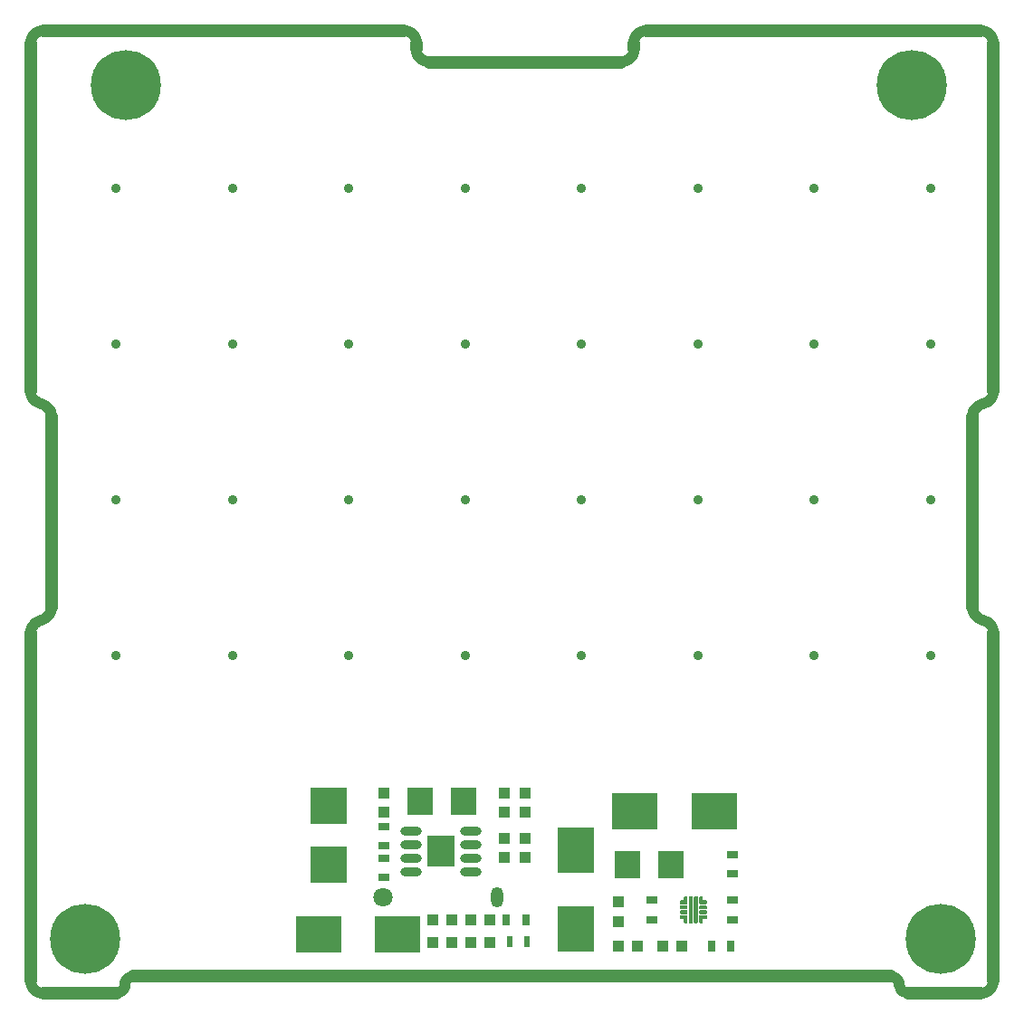
<source format=gbr>
G04*
G04 #@! TF.GenerationSoftware,Altium Limited,Altium Designer,24.1.2 (44)*
G04*
G04 Layer_Color=8388736*
%FSLAX44Y44*%
%MOMM*%
G71*
G04*
G04 #@! TF.SameCoordinates,32799FE6-DD90-4EFC-9ADB-317E97FF397D*
G04*
G04*
G04 #@! TF.FilePolarity,Negative*
G04*
G01*
G75*
%ADD17C,1.0000*%
%ADD30R,3.4032X4.2032*%
%ADD31R,4.2032X3.4032*%
%ADD32R,2.4892X2.5032*%
%ADD33R,1.1032X0.8032*%
%ADD34R,1.0032X1.1032*%
%ADD35R,0.8032X1.1032*%
%ADD36R,1.1032X1.0032*%
%ADD37R,2.5032X3.0032*%
%ADD38O,2.0032X0.8032*%
%ADD39R,0.6032X1.0532*%
%ADD40R,3.3532X3.5032*%
%ADD41C,1.2032*%
%ADD42C,1.8032*%
%ADD43O,1.1532X1.9032*%
%ADD44C,6.5532*%
%ADD45C,1.7272*%
%ADD46C,0.9032*%
G36*
X613152Y90499D02*
X613204Y90495D01*
X613256Y90489D01*
X613308Y90479D01*
X613359Y90467D01*
X613409Y90452D01*
X613458Y90434D01*
X613507Y90414D01*
X613554Y90392D01*
X613600Y90367D01*
X613645Y90339D01*
X613688Y90310D01*
X613729Y90278D01*
X613769Y90244D01*
X613807Y90208D01*
X613843Y90170D01*
X613877Y90130D01*
X613909Y90089D01*
X613939Y90045D01*
X613966Y90001D01*
X613991Y89955D01*
X614014Y89908D01*
X614034Y89859D01*
X614051Y89810D01*
X614066Y89760D01*
X614078Y89709D01*
X614088Y89657D01*
X614095Y89605D01*
X614099Y89553D01*
X614100Y89501D01*
Y84001D01*
X614099Y83948D01*
X614095Y83896D01*
X614088Y83844D01*
X614078Y83793D01*
X614066Y83742D01*
X614051Y83692D01*
X614034Y83642D01*
X614014Y83594D01*
X613991Y83547D01*
X613966Y83501D01*
X613939Y83456D01*
X613909Y83413D01*
X613877Y83371D01*
X613843Y83332D01*
X613807Y83294D01*
X613769Y83258D01*
X613729Y83224D01*
X613688Y83192D01*
X613645Y83162D01*
X613600Y83135D01*
X613554Y83110D01*
X613507Y83087D01*
X613458Y83067D01*
X613409Y83050D01*
X613359Y83035D01*
X613308Y83023D01*
X613256Y83013D01*
X613204Y83006D01*
X613152Y83002D01*
X613100Y83001D01*
X608100D01*
X608048Y83002D01*
X607995Y83006D01*
X607944Y83013D01*
X607892Y83023D01*
X607841Y83035D01*
X607791Y83050D01*
X607742Y83067D01*
X607693Y83087D01*
X607646Y83110D01*
X607600Y83135D01*
X607555Y83162D01*
X607512Y83192D01*
X607471Y83224D01*
X607431Y83258D01*
X607393Y83294D01*
X607357Y83332D01*
X607323Y83371D01*
X607291Y83413D01*
X607261Y83456D01*
X607234Y83501D01*
X607209Y83547D01*
X607187Y83594D01*
X607166Y83642D01*
X607149Y83692D01*
X607134Y83742D01*
X607122Y83793D01*
X607112Y83844D01*
X607105Y83896D01*
X607101Y83948D01*
X607100Y84001D01*
Y86001D01*
X607101Y86053D01*
X607105Y86105D01*
X607112Y86157D01*
X607122Y86209D01*
X607134Y86260D01*
X607149Y86310D01*
X607166Y86359D01*
X607187Y86407D01*
X607209Y86455D01*
X607234Y86501D01*
X607261Y86545D01*
X607291Y86589D01*
X607323Y86630D01*
X607357Y86670D01*
X607393Y86708D01*
X607431Y86744D01*
X607471Y86778D01*
X607512Y86810D01*
X607555Y86840D01*
X607600Y86867D01*
X607646Y86892D01*
X607693Y86914D01*
X607742Y86934D01*
X607791Y86952D01*
X607841Y86967D01*
X607892Y86979D01*
X607944Y86988D01*
X607995Y86995D01*
X608048Y86999D01*
X608100Y87001D01*
X610600D01*
Y89501D01*
X610601Y89553D01*
X610606Y89605D01*
X610612Y89657D01*
X610622Y89709D01*
X610634Y89760D01*
X610649Y89810D01*
X610666Y89859D01*
X610686Y89908D01*
X610709Y89955D01*
X610734Y90001D01*
X610761Y90045D01*
X610791Y90089D01*
X610823Y90130D01*
X610857Y90170D01*
X610893Y90208D01*
X610931Y90244D01*
X610971Y90278D01*
X611012Y90310D01*
X611055Y90339D01*
X611100Y90367D01*
X611146Y90392D01*
X611193Y90414D01*
X611242Y90434D01*
X611291Y90452D01*
X611341Y90467D01*
X611392Y90479D01*
X611444Y90489D01*
X611496Y90495D01*
X611548Y90499D01*
X611600Y90501D01*
X613100D01*
X613152Y90499D01*
D02*
G37*
G36*
Y81999D02*
X613204Y81995D01*
X613256Y81988D01*
X613308Y81979D01*
X613359Y81967D01*
X613409Y81952D01*
X613458Y81934D01*
X613507Y81914D01*
X613554Y81892D01*
X613600Y81867D01*
X613645Y81840D01*
X613688Y81810D01*
X613729Y81778D01*
X613769Y81744D01*
X613807Y81708D01*
X613843Y81670D01*
X613877Y81630D01*
X613909Y81589D01*
X613939Y81545D01*
X613966Y81501D01*
X613991Y81455D01*
X614014Y81407D01*
X614034Y81359D01*
X614051Y81310D01*
X614066Y81260D01*
X614078Y81209D01*
X614088Y81157D01*
X614095Y81105D01*
X614099Y81053D01*
X614100Y81001D01*
Y79501D01*
X614099Y79448D01*
X614095Y79396D01*
X614088Y79344D01*
X614078Y79293D01*
X614066Y79242D01*
X614051Y79192D01*
X614034Y79142D01*
X614014Y79094D01*
X613991Y79047D01*
X613966Y79001D01*
X613939Y78956D01*
X613909Y78913D01*
X613877Y78871D01*
X613843Y78832D01*
X613807Y78794D01*
X613769Y78758D01*
X613729Y78724D01*
X613688Y78692D01*
X613645Y78662D01*
X613600Y78635D01*
X613554Y78610D01*
X613507Y78587D01*
X613458Y78567D01*
X613409Y78550D01*
X613359Y78535D01*
X613308Y78523D01*
X613256Y78513D01*
X613204Y78506D01*
X613152Y78502D01*
X613100Y78501D01*
X608100D01*
X608048Y78502D01*
X607995Y78506D01*
X607944Y78513D01*
X607892Y78523D01*
X607841Y78535D01*
X607791Y78550D01*
X607742Y78567D01*
X607693Y78587D01*
X607646Y78610D01*
X607600Y78635D01*
X607555Y78662D01*
X607512Y78692D01*
X607471Y78724D01*
X607431Y78758D01*
X607393Y78794D01*
X607357Y78832D01*
X607323Y78871D01*
X607291Y78913D01*
X607261Y78956D01*
X607234Y79001D01*
X607209Y79047D01*
X607187Y79094D01*
X607166Y79142D01*
X607149Y79192D01*
X607134Y79242D01*
X607122Y79293D01*
X607112Y79344D01*
X607105Y79396D01*
X607101Y79448D01*
X607100Y79501D01*
Y81001D01*
X607101Y81053D01*
X607105Y81105D01*
X607112Y81157D01*
X607122Y81209D01*
X607134Y81260D01*
X607149Y81310D01*
X607166Y81359D01*
X607187Y81407D01*
X607209Y81455D01*
X607234Y81501D01*
X607261Y81545D01*
X607291Y81589D01*
X607323Y81630D01*
X607357Y81670D01*
X607393Y81708D01*
X607431Y81744D01*
X607471Y81778D01*
X607512Y81810D01*
X607555Y81840D01*
X607600Y81867D01*
X607646Y81892D01*
X607693Y81914D01*
X607742Y81934D01*
X607791Y81952D01*
X607841Y81967D01*
X607892Y81979D01*
X607944Y81988D01*
X607995Y81995D01*
X608048Y81999D01*
X608100Y82001D01*
X613100D01*
X613152Y81999D01*
D02*
G37*
G36*
Y77499D02*
X613204Y77495D01*
X613256Y77488D01*
X613308Y77479D01*
X613359Y77467D01*
X613409Y77452D01*
X613458Y77434D01*
X613507Y77414D01*
X613554Y77392D01*
X613600Y77367D01*
X613645Y77340D01*
X613688Y77310D01*
X613729Y77278D01*
X613769Y77244D01*
X613807Y77208D01*
X613843Y77170D01*
X613877Y77130D01*
X613909Y77089D01*
X613939Y77045D01*
X613966Y77001D01*
X613991Y76955D01*
X614014Y76908D01*
X614034Y76859D01*
X614051Y76810D01*
X614066Y76760D01*
X614078Y76709D01*
X614088Y76657D01*
X614095Y76605D01*
X614099Y76553D01*
X614100Y76501D01*
Y75001D01*
X614099Y74949D01*
X614095Y74896D01*
X614088Y74844D01*
X614078Y74793D01*
X614066Y74742D01*
X614051Y74692D01*
X614034Y74642D01*
X614014Y74594D01*
X613991Y74547D01*
X613966Y74501D01*
X613939Y74456D01*
X613909Y74413D01*
X613877Y74372D01*
X613843Y74332D01*
X613807Y74294D01*
X613769Y74258D01*
X613729Y74224D01*
X613688Y74192D01*
X613645Y74162D01*
X613600Y74135D01*
X613554Y74110D01*
X613507Y74087D01*
X613458Y74067D01*
X613409Y74050D01*
X613359Y74035D01*
X613308Y74023D01*
X613256Y74013D01*
X613204Y74006D01*
X613152Y74002D01*
X613100Y74001D01*
X608100D01*
X608048Y74002D01*
X607995Y74006D01*
X607944Y74013D01*
X607892Y74023D01*
X607841Y74035D01*
X607791Y74050D01*
X607742Y74067D01*
X607693Y74087D01*
X607646Y74110D01*
X607600Y74135D01*
X607555Y74162D01*
X607512Y74192D01*
X607471Y74224D01*
X607431Y74258D01*
X607393Y74294D01*
X607357Y74332D01*
X607323Y74372D01*
X607291Y74413D01*
X607261Y74456D01*
X607234Y74501D01*
X607209Y74547D01*
X607187Y74594D01*
X607166Y74642D01*
X607149Y74692D01*
X607134Y74742D01*
X607122Y74793D01*
X607112Y74844D01*
X607105Y74896D01*
X607101Y74949D01*
X607100Y75001D01*
Y76501D01*
X607101Y76553D01*
X607105Y76605D01*
X607112Y76657D01*
X607122Y76709D01*
X607134Y76760D01*
X607149Y76810D01*
X607166Y76859D01*
X607187Y76908D01*
X607209Y76955D01*
X607234Y77001D01*
X607261Y77045D01*
X607291Y77089D01*
X607323Y77130D01*
X607357Y77170D01*
X607393Y77208D01*
X607431Y77244D01*
X607471Y77278D01*
X607512Y77310D01*
X607555Y77340D01*
X607600Y77367D01*
X607646Y77392D01*
X607693Y77414D01*
X607742Y77434D01*
X607791Y77452D01*
X607841Y77467D01*
X607892Y77479D01*
X607944Y77488D01*
X607995Y77495D01*
X608048Y77499D01*
X608100Y77501D01*
X613100D01*
X613152Y77499D01*
D02*
G37*
G36*
X618152Y90499D02*
X618204Y90495D01*
X618256Y90489D01*
X618308Y90479D01*
X618359Y90467D01*
X618409Y90452D01*
X618458Y90434D01*
X618507Y90414D01*
X618554Y90392D01*
X618600Y90367D01*
X618645Y90339D01*
X618688Y90310D01*
X618729Y90278D01*
X618769Y90244D01*
X618807Y90208D01*
X618843Y90170D01*
X618877Y90130D01*
X618909Y90089D01*
X618939Y90045D01*
X618966Y90001D01*
X618991Y89955D01*
X619013Y89908D01*
X619034Y89859D01*
X619051Y89810D01*
X619066Y89760D01*
X619078Y89709D01*
X619088Y89657D01*
X619095Y89605D01*
X619099Y89553D01*
X619100Y89501D01*
Y66501D01*
X619099Y66448D01*
X619095Y66396D01*
X619088Y66344D01*
X619078Y66293D01*
X619066Y66242D01*
X619051Y66192D01*
X619034Y66142D01*
X619013Y66094D01*
X618991Y66047D01*
X618966Y66001D01*
X618939Y65956D01*
X618909Y65913D01*
X618877Y65872D01*
X618843Y65832D01*
X618807Y65794D01*
X618769Y65758D01*
X618729Y65724D01*
X618688Y65692D01*
X618645Y65662D01*
X618600Y65635D01*
X618554Y65610D01*
X618507Y65587D01*
X618458Y65567D01*
X618409Y65550D01*
X618359Y65535D01*
X618308Y65523D01*
X618256Y65513D01*
X618204Y65506D01*
X618152Y65502D01*
X618100Y65501D01*
X616100D01*
X616048Y65502D01*
X615995Y65506D01*
X615944Y65513D01*
X615892Y65523D01*
X615841Y65535D01*
X615791Y65550D01*
X615742Y65567D01*
X615693Y65587D01*
X615646Y65610D01*
X615600Y65635D01*
X615555Y65662D01*
X615512Y65692D01*
X615471Y65724D01*
X615431Y65758D01*
X615393Y65794D01*
X615357Y65832D01*
X615323Y65872D01*
X615291Y65913D01*
X615261Y65956D01*
X615234Y66001D01*
X615209Y66047D01*
X615187Y66094D01*
X615166Y66142D01*
X615149Y66192D01*
X615134Y66242D01*
X615122Y66293D01*
X615112Y66344D01*
X615106Y66396D01*
X615101Y66448D01*
X615100Y66501D01*
Y89501D01*
X615101Y89553D01*
X615106Y89605D01*
X615112Y89657D01*
X615122Y89709D01*
X615134Y89760D01*
X615149Y89810D01*
X615166Y89859D01*
X615187Y89908D01*
X615209Y89955D01*
X615234Y90001D01*
X615261Y90045D01*
X615291Y90089D01*
X615323Y90130D01*
X615357Y90170D01*
X615393Y90208D01*
X615431Y90244D01*
X615471Y90278D01*
X615512Y90310D01*
X615555Y90339D01*
X615600Y90367D01*
X615646Y90392D01*
X615693Y90414D01*
X615742Y90434D01*
X615791Y90452D01*
X615841Y90467D01*
X615892Y90479D01*
X615944Y90489D01*
X615995Y90495D01*
X616048Y90499D01*
X616100Y90501D01*
X618100D01*
X618152Y90499D01*
D02*
G37*
G36*
X613152Y72999D02*
X613204Y72995D01*
X613256Y72989D01*
X613308Y72979D01*
X613359Y72967D01*
X613409Y72952D01*
X613458Y72934D01*
X613507Y72914D01*
X613554Y72892D01*
X613600Y72867D01*
X613645Y72839D01*
X613688Y72810D01*
X613729Y72778D01*
X613769Y72744D01*
X613807Y72708D01*
X613843Y72670D01*
X613877Y72630D01*
X613909Y72589D01*
X613939Y72545D01*
X613966Y72501D01*
X613991Y72455D01*
X614014Y72408D01*
X614034Y72359D01*
X614051Y72310D01*
X614066Y72260D01*
X614078Y72209D01*
X614088Y72157D01*
X614095Y72105D01*
X614099Y72053D01*
X614100Y72001D01*
Y66501D01*
X614099Y66448D01*
X614095Y66396D01*
X614088Y66344D01*
X614078Y66293D01*
X614066Y66242D01*
X614051Y66192D01*
X614034Y66142D01*
X614014Y66094D01*
X613991Y66047D01*
X613966Y66001D01*
X613939Y65956D01*
X613909Y65913D01*
X613877Y65872D01*
X613843Y65832D01*
X613807Y65794D01*
X613769Y65758D01*
X613729Y65724D01*
X613688Y65692D01*
X613645Y65662D01*
X613600Y65635D01*
X613554Y65610D01*
X613507Y65587D01*
X613458Y65567D01*
X613409Y65550D01*
X613359Y65535D01*
X613308Y65523D01*
X613256Y65513D01*
X613204Y65506D01*
X613152Y65502D01*
X613100Y65501D01*
X611600D01*
X611548Y65502D01*
X611496Y65506D01*
X611444Y65513D01*
X611392Y65523D01*
X611341Y65535D01*
X611291Y65550D01*
X611242Y65567D01*
X611193Y65587D01*
X611146Y65610D01*
X611100Y65635D01*
X611055Y65662D01*
X611012Y65692D01*
X610971Y65724D01*
X610931Y65758D01*
X610893Y65794D01*
X610857Y65832D01*
X610823Y65872D01*
X610791Y65913D01*
X610761Y65956D01*
X610734Y66001D01*
X610709Y66047D01*
X610686Y66094D01*
X610666Y66142D01*
X610649Y66192D01*
X610634Y66242D01*
X610622Y66293D01*
X610612Y66344D01*
X610606Y66396D01*
X610601Y66448D01*
X610600Y66501D01*
Y69001D01*
X608100D01*
X608048Y69002D01*
X607995Y69006D01*
X607944Y69013D01*
X607892Y69023D01*
X607841Y69035D01*
X607791Y69050D01*
X607742Y69067D01*
X607693Y69087D01*
X607646Y69110D01*
X607600Y69135D01*
X607555Y69162D01*
X607512Y69192D01*
X607471Y69224D01*
X607431Y69258D01*
X607393Y69294D01*
X607357Y69332D01*
X607323Y69372D01*
X607291Y69413D01*
X607261Y69456D01*
X607234Y69501D01*
X607209Y69547D01*
X607187Y69594D01*
X607166Y69642D01*
X607149Y69692D01*
X607134Y69742D01*
X607122Y69793D01*
X607112Y69844D01*
X607105Y69896D01*
X607101Y69949D01*
X607100Y70001D01*
Y72001D01*
X607101Y72053D01*
X607105Y72105D01*
X607112Y72157D01*
X607122Y72209D01*
X607134Y72260D01*
X607149Y72310D01*
X607166Y72359D01*
X607187Y72408D01*
X607209Y72455D01*
X607234Y72501D01*
X607261Y72545D01*
X607291Y72589D01*
X607323Y72630D01*
X607357Y72670D01*
X607393Y72708D01*
X607431Y72744D01*
X607471Y72778D01*
X607512Y72810D01*
X607555Y72839D01*
X607600Y72867D01*
X607646Y72892D01*
X607693Y72914D01*
X607742Y72934D01*
X607791Y72952D01*
X607841Y72967D01*
X607892Y72979D01*
X607944Y72989D01*
X607995Y72995D01*
X608048Y72999D01*
X608100Y73001D01*
X613100D01*
X613152Y72999D01*
D02*
G37*
G36*
X627652Y90499D02*
X627705Y90495D01*
X627756Y90489D01*
X627808Y90479D01*
X627859Y90467D01*
X627909Y90452D01*
X627958Y90434D01*
X628007Y90414D01*
X628054Y90392D01*
X628100Y90367D01*
X628145Y90339D01*
X628188Y90310D01*
X628229Y90278D01*
X628269Y90244D01*
X628307Y90208D01*
X628343Y90170D01*
X628377Y90130D01*
X628409Y90089D01*
X628439Y90045D01*
X628466Y90001D01*
X628491Y89955D01*
X628514Y89908D01*
X628534Y89859D01*
X628551Y89810D01*
X628566Y89760D01*
X628578Y89709D01*
X628588Y89657D01*
X628595Y89605D01*
X628599Y89553D01*
X628600Y89501D01*
Y87001D01*
X631100D01*
X631152Y86999D01*
X631204Y86995D01*
X631256Y86988D01*
X631308Y86979D01*
X631359Y86967D01*
X631409Y86952D01*
X631458Y86934D01*
X631507Y86914D01*
X631554Y86892D01*
X631600Y86867D01*
X631645Y86840D01*
X631688Y86810D01*
X631729Y86778D01*
X631769Y86744D01*
X631807Y86708D01*
X631843Y86670D01*
X631877Y86630D01*
X631909Y86589D01*
X631939Y86545D01*
X631966Y86501D01*
X631991Y86455D01*
X632014Y86407D01*
X632034Y86359D01*
X632051Y86310D01*
X632066Y86260D01*
X632078Y86209D01*
X632088Y86157D01*
X632094Y86105D01*
X632099Y86053D01*
X632100Y86001D01*
Y84001D01*
X632099Y83948D01*
X632094Y83896D01*
X632088Y83844D01*
X632078Y83793D01*
X632066Y83742D01*
X632051Y83692D01*
X632034Y83642D01*
X632014Y83594D01*
X631991Y83547D01*
X631966Y83501D01*
X631939Y83456D01*
X631909Y83413D01*
X631877Y83371D01*
X631843Y83332D01*
X631807Y83294D01*
X631769Y83258D01*
X631729Y83224D01*
X631688Y83192D01*
X631645Y83162D01*
X631600Y83135D01*
X631554Y83110D01*
X631507Y83087D01*
X631458Y83067D01*
X631409Y83050D01*
X631359Y83035D01*
X631308Y83023D01*
X631256Y83013D01*
X631204Y83006D01*
X631152Y83002D01*
X631100Y83001D01*
X626100D01*
X626048Y83002D01*
X625995Y83006D01*
X625944Y83013D01*
X625892Y83023D01*
X625841Y83035D01*
X625791Y83050D01*
X625742Y83067D01*
X625693Y83087D01*
X625646Y83110D01*
X625600Y83135D01*
X625555Y83162D01*
X625512Y83192D01*
X625471Y83224D01*
X625431Y83258D01*
X625393Y83294D01*
X625357Y83332D01*
X625323Y83371D01*
X625291Y83413D01*
X625261Y83456D01*
X625234Y83501D01*
X625209Y83547D01*
X625187Y83594D01*
X625166Y83642D01*
X625149Y83692D01*
X625134Y83742D01*
X625122Y83793D01*
X625112Y83844D01*
X625106Y83896D01*
X625101Y83948D01*
X625100Y84001D01*
Y89501D01*
X625101Y89553D01*
X625106Y89605D01*
X625112Y89657D01*
X625122Y89709D01*
X625134Y89760D01*
X625149Y89810D01*
X625166Y89859D01*
X625187Y89908D01*
X625209Y89955D01*
X625234Y90001D01*
X625261Y90045D01*
X625291Y90089D01*
X625323Y90130D01*
X625357Y90170D01*
X625393Y90208D01*
X625431Y90244D01*
X625471Y90278D01*
X625512Y90310D01*
X625555Y90339D01*
X625600Y90367D01*
X625646Y90392D01*
X625693Y90414D01*
X625742Y90434D01*
X625791Y90452D01*
X625841Y90467D01*
X625892Y90479D01*
X625944Y90489D01*
X625995Y90495D01*
X626048Y90499D01*
X626100Y90501D01*
X627600D01*
X627652Y90499D01*
D02*
G37*
G36*
X631152Y81999D02*
X631204Y81995D01*
X631256Y81988D01*
X631308Y81979D01*
X631359Y81967D01*
X631409Y81952D01*
X631458Y81934D01*
X631507Y81914D01*
X631554Y81892D01*
X631600Y81867D01*
X631645Y81840D01*
X631688Y81810D01*
X631729Y81778D01*
X631769Y81744D01*
X631807Y81708D01*
X631843Y81670D01*
X631877Y81630D01*
X631909Y81589D01*
X631939Y81545D01*
X631966Y81501D01*
X631991Y81455D01*
X632014Y81407D01*
X632034Y81359D01*
X632051Y81310D01*
X632066Y81260D01*
X632078Y81209D01*
X632088Y81157D01*
X632094Y81105D01*
X632099Y81053D01*
X632100Y81001D01*
Y79501D01*
X632099Y79448D01*
X632094Y79396D01*
X632088Y79344D01*
X632078Y79293D01*
X632066Y79242D01*
X632051Y79192D01*
X632034Y79142D01*
X632014Y79094D01*
X631991Y79047D01*
X631966Y79001D01*
X631939Y78956D01*
X631909Y78913D01*
X631877Y78871D01*
X631843Y78832D01*
X631807Y78794D01*
X631769Y78758D01*
X631729Y78724D01*
X631688Y78692D01*
X631645Y78662D01*
X631600Y78635D01*
X631554Y78610D01*
X631507Y78587D01*
X631458Y78567D01*
X631409Y78550D01*
X631359Y78535D01*
X631308Y78523D01*
X631256Y78513D01*
X631204Y78506D01*
X631152Y78502D01*
X631100Y78501D01*
X626100D01*
X626048Y78502D01*
X625995Y78506D01*
X625944Y78513D01*
X625892Y78523D01*
X625841Y78535D01*
X625791Y78550D01*
X625742Y78567D01*
X625693Y78587D01*
X625646Y78610D01*
X625600Y78635D01*
X625555Y78662D01*
X625512Y78692D01*
X625471Y78724D01*
X625431Y78758D01*
X625393Y78794D01*
X625357Y78832D01*
X625323Y78871D01*
X625291Y78913D01*
X625261Y78956D01*
X625234Y79001D01*
X625209Y79047D01*
X625187Y79094D01*
X625166Y79142D01*
X625149Y79192D01*
X625134Y79242D01*
X625122Y79293D01*
X625112Y79344D01*
X625106Y79396D01*
X625101Y79448D01*
X625100Y79501D01*
Y81001D01*
X625101Y81053D01*
X625106Y81105D01*
X625112Y81157D01*
X625122Y81209D01*
X625134Y81260D01*
X625149Y81310D01*
X625166Y81359D01*
X625187Y81407D01*
X625209Y81455D01*
X625234Y81501D01*
X625261Y81545D01*
X625291Y81589D01*
X625323Y81630D01*
X625357Y81670D01*
X625393Y81708D01*
X625431Y81744D01*
X625471Y81778D01*
X625512Y81810D01*
X625555Y81840D01*
X625600Y81867D01*
X625646Y81892D01*
X625693Y81914D01*
X625742Y81934D01*
X625791Y81952D01*
X625841Y81967D01*
X625892Y81979D01*
X625944Y81988D01*
X625995Y81995D01*
X626048Y81999D01*
X626100Y82001D01*
X631100D01*
X631152Y81999D01*
D02*
G37*
G36*
Y77499D02*
X631204Y77495D01*
X631256Y77488D01*
X631308Y77479D01*
X631359Y77467D01*
X631409Y77452D01*
X631458Y77434D01*
X631507Y77414D01*
X631554Y77392D01*
X631600Y77367D01*
X631645Y77340D01*
X631688Y77310D01*
X631729Y77278D01*
X631769Y77244D01*
X631807Y77208D01*
X631843Y77170D01*
X631877Y77130D01*
X631909Y77089D01*
X631939Y77045D01*
X631966Y77001D01*
X631991Y76955D01*
X632014Y76908D01*
X632034Y76859D01*
X632051Y76810D01*
X632066Y76760D01*
X632078Y76709D01*
X632088Y76657D01*
X632094Y76605D01*
X632099Y76553D01*
X632100Y76501D01*
Y75001D01*
X632099Y74949D01*
X632094Y74896D01*
X632088Y74844D01*
X632078Y74793D01*
X632066Y74742D01*
X632051Y74692D01*
X632034Y74642D01*
X632014Y74594D01*
X631991Y74547D01*
X631966Y74501D01*
X631939Y74456D01*
X631909Y74413D01*
X631877Y74372D01*
X631843Y74332D01*
X631807Y74294D01*
X631769Y74258D01*
X631729Y74224D01*
X631688Y74192D01*
X631645Y74162D01*
X631600Y74135D01*
X631554Y74110D01*
X631507Y74087D01*
X631458Y74067D01*
X631409Y74050D01*
X631359Y74035D01*
X631308Y74023D01*
X631256Y74013D01*
X631204Y74006D01*
X631152Y74002D01*
X631100Y74001D01*
X626100D01*
X626048Y74002D01*
X625995Y74006D01*
X625944Y74013D01*
X625892Y74023D01*
X625841Y74035D01*
X625791Y74050D01*
X625742Y74067D01*
X625693Y74087D01*
X625646Y74110D01*
X625600Y74135D01*
X625555Y74162D01*
X625512Y74192D01*
X625471Y74224D01*
X625431Y74258D01*
X625393Y74294D01*
X625357Y74332D01*
X625323Y74372D01*
X625291Y74413D01*
X625261Y74456D01*
X625234Y74501D01*
X625209Y74547D01*
X625187Y74594D01*
X625166Y74642D01*
X625149Y74692D01*
X625134Y74742D01*
X625122Y74793D01*
X625112Y74844D01*
X625106Y74896D01*
X625101Y74949D01*
X625100Y75001D01*
Y76501D01*
X625101Y76553D01*
X625106Y76605D01*
X625112Y76657D01*
X625122Y76709D01*
X625134Y76760D01*
X625149Y76810D01*
X625166Y76859D01*
X625187Y76908D01*
X625209Y76955D01*
X625234Y77001D01*
X625261Y77045D01*
X625291Y77089D01*
X625323Y77130D01*
X625357Y77170D01*
X625393Y77208D01*
X625431Y77244D01*
X625471Y77278D01*
X625512Y77310D01*
X625555Y77340D01*
X625600Y77367D01*
X625646Y77392D01*
X625693Y77414D01*
X625742Y77434D01*
X625791Y77452D01*
X625841Y77467D01*
X625892Y77479D01*
X625944Y77488D01*
X625995Y77495D01*
X626048Y77499D01*
X626100Y77501D01*
X631100D01*
X631152Y77499D01*
D02*
G37*
G36*
Y72999D02*
X631204Y72995D01*
X631256Y72989D01*
X631308Y72979D01*
X631359Y72967D01*
X631409Y72952D01*
X631458Y72934D01*
X631507Y72914D01*
X631554Y72892D01*
X631600Y72867D01*
X631645Y72839D01*
X631688Y72810D01*
X631729Y72778D01*
X631769Y72744D01*
X631807Y72708D01*
X631843Y72670D01*
X631877Y72630D01*
X631909Y72589D01*
X631939Y72545D01*
X631966Y72501D01*
X631991Y72455D01*
X632014Y72408D01*
X632034Y72359D01*
X632051Y72310D01*
X632066Y72260D01*
X632078Y72209D01*
X632088Y72157D01*
X632094Y72105D01*
X632099Y72053D01*
X632100Y72001D01*
Y70001D01*
X632099Y69949D01*
X632094Y69896D01*
X632088Y69844D01*
X632078Y69793D01*
X632066Y69742D01*
X632051Y69692D01*
X632034Y69642D01*
X632014Y69594D01*
X631991Y69547D01*
X631966Y69501D01*
X631939Y69456D01*
X631909Y69413D01*
X631877Y69372D01*
X631843Y69332D01*
X631807Y69294D01*
X631769Y69258D01*
X631729Y69224D01*
X631688Y69192D01*
X631645Y69162D01*
X631600Y69135D01*
X631554Y69110D01*
X631507Y69087D01*
X631458Y69067D01*
X631409Y69050D01*
X631359Y69035D01*
X631308Y69023D01*
X631256Y69013D01*
X631204Y69006D01*
X631152Y69002D01*
X631100Y69001D01*
X628600D01*
Y66501D01*
X628599Y66448D01*
X628595Y66396D01*
X628588Y66344D01*
X628578Y66293D01*
X628566Y66242D01*
X628551Y66192D01*
X628534Y66142D01*
X628514Y66094D01*
X628491Y66047D01*
X628466Y66001D01*
X628439Y65956D01*
X628409Y65913D01*
X628377Y65872D01*
X628343Y65832D01*
X628307Y65794D01*
X628269Y65758D01*
X628229Y65724D01*
X628188Y65692D01*
X628145Y65662D01*
X628100Y65635D01*
X628054Y65610D01*
X628007Y65587D01*
X627958Y65567D01*
X627909Y65550D01*
X627859Y65535D01*
X627808Y65523D01*
X627756Y65513D01*
X627705Y65506D01*
X627652Y65502D01*
X627600Y65501D01*
X626100D01*
X626048Y65502D01*
X625995Y65506D01*
X625944Y65513D01*
X625892Y65523D01*
X625841Y65535D01*
X625791Y65550D01*
X625742Y65567D01*
X625693Y65587D01*
X625646Y65610D01*
X625600Y65635D01*
X625555Y65662D01*
X625512Y65692D01*
X625471Y65724D01*
X625431Y65758D01*
X625393Y65794D01*
X625357Y65832D01*
X625323Y65872D01*
X625291Y65913D01*
X625261Y65956D01*
X625234Y66001D01*
X625209Y66047D01*
X625187Y66094D01*
X625166Y66142D01*
X625149Y66192D01*
X625134Y66242D01*
X625122Y66293D01*
X625112Y66344D01*
X625106Y66396D01*
X625101Y66448D01*
X625100Y66501D01*
Y72001D01*
X625101Y72053D01*
X625106Y72105D01*
X625112Y72157D01*
X625122Y72209D01*
X625134Y72260D01*
X625149Y72310D01*
X625166Y72359D01*
X625187Y72408D01*
X625209Y72455D01*
X625234Y72501D01*
X625261Y72545D01*
X625291Y72589D01*
X625323Y72630D01*
X625357Y72670D01*
X625393Y72708D01*
X625431Y72744D01*
X625471Y72778D01*
X625512Y72810D01*
X625555Y72839D01*
X625600Y72867D01*
X625646Y72892D01*
X625693Y72914D01*
X625742Y72934D01*
X625791Y72952D01*
X625841Y72967D01*
X625892Y72979D01*
X625944Y72989D01*
X625995Y72995D01*
X626048Y72999D01*
X626100Y73001D01*
X631100D01*
X631152Y72999D01*
D02*
G37*
G36*
X623152Y90499D02*
X623204Y90495D01*
X623256Y90489D01*
X623308Y90479D01*
X623359Y90467D01*
X623409Y90452D01*
X623458Y90434D01*
X623507Y90414D01*
X623554Y90392D01*
X623600Y90367D01*
X623645Y90339D01*
X623688Y90310D01*
X623729Y90278D01*
X623769Y90244D01*
X623807Y90208D01*
X623843Y90170D01*
X623877Y90130D01*
X623909Y90089D01*
X623939Y90045D01*
X623966Y90001D01*
X623991Y89955D01*
X624014Y89908D01*
X624034Y89859D01*
X624051Y89810D01*
X624066Y89760D01*
X624078Y89709D01*
X624088Y89657D01*
X624095Y89605D01*
X624099Y89553D01*
X624100Y89501D01*
Y66501D01*
X624099Y66448D01*
X624095Y66396D01*
X624088Y66344D01*
X624078Y66293D01*
X624066Y66242D01*
X624051Y66192D01*
X624034Y66142D01*
X624014Y66094D01*
X623991Y66047D01*
X623966Y66001D01*
X623939Y65956D01*
X623909Y65913D01*
X623877Y65872D01*
X623843Y65832D01*
X623807Y65794D01*
X623769Y65758D01*
X623729Y65724D01*
X623688Y65692D01*
X623645Y65662D01*
X623600Y65635D01*
X623554Y65610D01*
X623507Y65587D01*
X623458Y65567D01*
X623409Y65550D01*
X623359Y65535D01*
X623308Y65523D01*
X623256Y65513D01*
X623204Y65506D01*
X623152Y65502D01*
X623100Y65501D01*
X621100D01*
X621048Y65502D01*
X620995Y65506D01*
X620944Y65513D01*
X620892Y65523D01*
X620841Y65535D01*
X620791Y65550D01*
X620742Y65567D01*
X620693Y65587D01*
X620646Y65610D01*
X620600Y65635D01*
X620555Y65662D01*
X620512Y65692D01*
X620471Y65724D01*
X620431Y65758D01*
X620393Y65794D01*
X620357Y65832D01*
X620323Y65872D01*
X620291Y65913D01*
X620261Y65956D01*
X620234Y66001D01*
X620209Y66047D01*
X620187Y66094D01*
X620166Y66142D01*
X620149Y66192D01*
X620134Y66242D01*
X620122Y66293D01*
X620112Y66344D01*
X620106Y66396D01*
X620101Y66448D01*
X620100Y66501D01*
Y89501D01*
X620101Y89553D01*
X620106Y89605D01*
X620112Y89657D01*
X620122Y89709D01*
X620134Y89760D01*
X620149Y89810D01*
X620166Y89859D01*
X620187Y89908D01*
X620209Y89955D01*
X620234Y90001D01*
X620261Y90045D01*
X620291Y90089D01*
X620323Y90130D01*
X620357Y90170D01*
X620393Y90208D01*
X620431Y90244D01*
X620471Y90278D01*
X620512Y90310D01*
X620555Y90339D01*
X620600Y90367D01*
X620646Y90392D01*
X620693Y90414D01*
X620742Y90434D01*
X620791Y90452D01*
X620841Y90467D01*
X620892Y90479D01*
X620944Y90489D01*
X620995Y90495D01*
X621048Y90499D01*
X621100Y90501D01*
X623100D01*
X623152Y90499D01*
D02*
G37*
D17*
X0Y12000D02*
X301Y9330D01*
X1188Y6793D01*
X2618Y4518D01*
X4518Y2618D01*
X6793Y1188D01*
X9330Y301D01*
X12000Y0D01*
X812000Y8000D02*
X812392Y5528D01*
X813528Y3298D01*
X815298Y1528D01*
X817528Y391D01*
X820000Y0D01*
X812000Y8000D02*
X811609Y10472D01*
X810472Y12702D01*
X808702Y14472D01*
X806472Y15609D01*
X804000Y16000D01*
X888000Y0D02*
X890670Y301D01*
X893207Y1188D01*
X895482Y2618D01*
X897382Y4518D01*
X898812Y6793D01*
X899699Y9330D01*
X900000Y12000D01*
X899990Y337130D02*
X899752Y339508D01*
X899048Y341791D01*
X897905Y343890D01*
X896369Y345720D01*
X894501Y347210D01*
X892374Y348301D01*
X890074Y348948D01*
X880800Y360650D02*
X881038Y358272D01*
X881742Y355989D01*
X882885Y353890D01*
X884421Y352060D01*
X886289Y350570D01*
X888416Y349479D01*
X890716Y348832D01*
X890074Y551072D02*
X892374Y551720D01*
X894501Y552810D01*
X896369Y554300D01*
X897905Y556130D01*
X899048Y558229D01*
X899752Y560512D01*
X899990Y562890D01*
X9916Y348968D02*
X7616Y348321D01*
X5489Y347230D01*
X3621Y345740D01*
X2085Y343910D01*
X942Y341811D01*
X238Y339528D01*
X0Y337150D01*
X9284Y348832D02*
X11584Y349479D01*
X13711Y350570D01*
X15579Y352060D01*
X17115Y353890D01*
X18258Y355989D01*
X18962Y358272D01*
X19200Y360650D01*
Y539350D02*
X18962Y541728D01*
X18258Y544011D01*
X17115Y546110D01*
X15579Y547940D01*
X13711Y549430D01*
X11584Y550521D01*
X9284Y551168D01*
X-10Y562850D02*
X228Y560472D01*
X932Y558189D01*
X2075Y556090D01*
X3611Y554260D01*
X5479Y552770D01*
X7606Y551679D01*
X9906Y551032D01*
X12000Y900000D02*
X9330Y899699D01*
X6793Y898812D01*
X4518Y897382D01*
X2618Y895482D01*
X1188Y893207D01*
X301Y890670D01*
X0Y888000D01*
X360700D02*
X360399Y890670D01*
X359512Y893207D01*
X358082Y895482D01*
X356182Y897382D01*
X353907Y898812D01*
X351370Y899699D01*
X348700Y900000D01*
X360700Y882700D02*
X361001Y880030D01*
X361888Y877493D01*
X363318Y875218D01*
X365218Y873318D01*
X367493Y871888D01*
X370030Y871001D01*
X372700Y870700D01*
X890716Y551168D02*
X888416Y550521D01*
X886289Y549430D01*
X884421Y547940D01*
X882885Y546110D01*
X881742Y544011D01*
X881038Y541728D01*
X880800Y539350D01*
X900000Y888000D02*
X899699Y890670D01*
X898812Y893207D01*
X897382Y895482D01*
X895482Y897382D01*
X893207Y898812D01*
X890670Y899699D01*
X888000Y900000D01*
X575900D02*
X573230Y899699D01*
X570693Y898812D01*
X568418Y897382D01*
X566518Y895482D01*
X565088Y893207D01*
X564201Y890670D01*
X563900Y888000D01*
X551900Y870700D02*
X554570Y871001D01*
X557107Y871888D01*
X559382Y873318D01*
X561282Y875218D01*
X562712Y877493D01*
X563599Y880030D01*
X563900Y882700D01*
X80000Y0D02*
X82472Y391D01*
X84702Y1528D01*
X86472Y3298D01*
X87608Y5528D01*
X88000Y8000D01*
X96000Y16000D02*
X93528Y15609D01*
X91298Y14472D01*
X89528Y12702D01*
X88392Y10472D01*
X88000Y8000D01*
D30*
X509800Y133900D02*
D03*
Y59900D02*
D03*
D31*
X564900Y170213D02*
D03*
X638900D02*
D03*
X342800Y55400D02*
D03*
X268800D02*
D03*
D32*
X557530Y120470D02*
D03*
X598170D02*
D03*
X363815Y179293D02*
D03*
X404455D02*
D03*
D33*
X656466Y129460D02*
D03*
X656467Y111301D02*
D03*
X656466Y86991D02*
D03*
X656467Y68832D02*
D03*
X580900Y86891D02*
D03*
X580901Y68732D02*
D03*
X329800Y137633D02*
D03*
X329799Y155792D02*
D03*
X329800Y108189D02*
D03*
X329799Y126348D02*
D03*
D34*
X549400Y85088D02*
D03*
Y67088D02*
D03*
X462000Y187080D02*
D03*
Y169080D02*
D03*
X442500Y187080D02*
D03*
Y169080D02*
D03*
X462000Y144780D02*
D03*
Y126780D02*
D03*
X442500Y144780D02*
D03*
Y126780D02*
D03*
X329800Y186880D02*
D03*
Y168880D02*
D03*
D35*
X654567Y44200D02*
D03*
X636408Y44199D02*
D03*
X462891Y68808D02*
D03*
X444732Y68807D02*
D03*
D36*
X591095Y44192D02*
D03*
X609095D02*
D03*
X549400D02*
D03*
X567400D02*
D03*
X394000Y68800D02*
D03*
X376000D02*
D03*
X429257D02*
D03*
X411257D02*
D03*
Y47700D02*
D03*
X429257D02*
D03*
X376000D02*
D03*
X394000D02*
D03*
D37*
X383500Y132680D02*
D03*
D38*
X411750Y113630D02*
D03*
Y126330D02*
D03*
Y139030D02*
D03*
Y151730D02*
D03*
X355250Y113630D02*
D03*
Y126330D02*
D03*
Y139030D02*
D03*
Y151730D02*
D03*
D39*
X464121Y48208D02*
D03*
X448121D02*
D03*
D40*
X278800Y119880D02*
D03*
Y174880D02*
D03*
D41*
X820000Y0D02*
X888000D01*
X360700Y882700D02*
Y888000D01*
X0Y12000D02*
Y337150D01*
X19200Y360650D02*
Y539350D01*
X900000Y12000D02*
Y337120D01*
X880800Y360650D02*
Y539350D01*
X899990Y562890D02*
Y887990D01*
X575900Y900000D02*
X888000D01*
X372700Y870700D02*
X551900D01*
X12000Y900000D02*
X348700D01*
X0Y562860D02*
Y888000D01*
X563900Y882700D02*
Y888000D01*
X12000Y0D02*
X80000D01*
X96000Y16000D02*
X804000D01*
D42*
X329380Y89480D02*
D03*
D43*
X436380D02*
D03*
D44*
X823800Y849200D02*
D03*
X88900D02*
D03*
X850900Y50795D02*
D03*
X50800D02*
D03*
D45*
X823800Y872060D02*
D03*
X800940Y849200D02*
D03*
X823800Y826340D02*
D03*
X846660Y849200D02*
D03*
X839965Y865365D02*
D03*
X807635D02*
D03*
Y833036D02*
D03*
X839965D02*
D03*
X88900Y872060D02*
D03*
X66040Y849200D02*
D03*
X88900Y826340D02*
D03*
X111760Y849200D02*
D03*
X105064Y865365D02*
D03*
X72736D02*
D03*
Y833036D02*
D03*
X105064D02*
D03*
X867065Y34631D02*
D03*
X834735D02*
D03*
Y66960D02*
D03*
X867065D02*
D03*
X873760Y50795D02*
D03*
X850900Y27936D02*
D03*
X828040Y50795D02*
D03*
X850900Y73656D02*
D03*
X66965Y34631D02*
D03*
X34636D02*
D03*
Y66960D02*
D03*
X66965D02*
D03*
X73660Y50795D02*
D03*
X50800Y27936D02*
D03*
X27940Y50795D02*
D03*
X50800Y73656D02*
D03*
D46*
X79562Y315879D02*
D03*
X188362Y752279D02*
D03*
X79562D02*
D03*
Y606812D02*
D03*
Y461345D02*
D03*
X732362Y315879D02*
D03*
X841161Y461345D02*
D03*
Y606812D02*
D03*
Y752279D02*
D03*
X732362D02*
D03*
X623562D02*
D03*
X514762D02*
D03*
X405961D02*
D03*
X297162D02*
D03*
X188362Y606812D02*
D03*
X297162D02*
D03*
X405961D02*
D03*
X514762D02*
D03*
X623562D02*
D03*
X732362D02*
D03*
X188362Y461345D02*
D03*
X297162Y315879D02*
D03*
X188362D02*
D03*
X732362Y461345D02*
D03*
X623562D02*
D03*
X514762D02*
D03*
X405961D02*
D03*
X297162D02*
D03*
X405961Y315879D02*
D03*
X514762D02*
D03*
X623562D02*
D03*
X841161D02*
D03*
M02*

</source>
